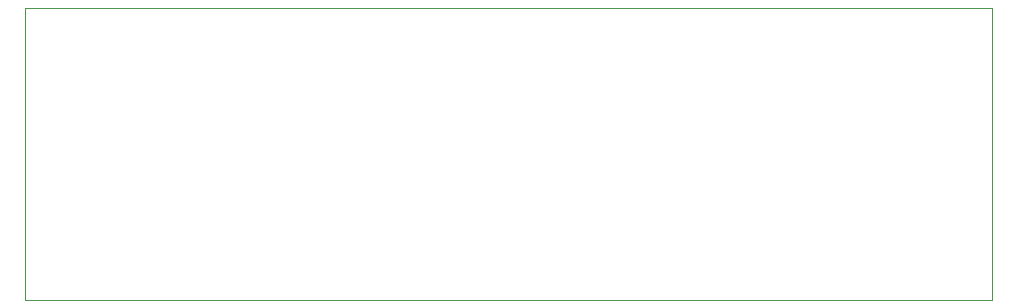
<source format=gbr>
%TF.GenerationSoftware,KiCad,Pcbnew,(5.1.6-0-10_14)*%
%TF.CreationDate,2021-03-20T13:28:09-06:00*%
%TF.ProjectId,rf_dummy_50ohm_20W,72665f64-756d-46d7-995f-35306f686d5f,rev?*%
%TF.SameCoordinates,Original*%
%TF.FileFunction,Profile,NP*%
%FSLAX46Y46*%
G04 Gerber Fmt 4.6, Leading zero omitted, Abs format (unit mm)*
G04 Created by KiCad (PCBNEW (5.1.6-0-10_14)) date 2021-03-20 13:28:09*
%MOMM*%
%LPD*%
G01*
G04 APERTURE LIST*
%TA.AperFunction,Profile*%
%ADD10C,0.050000*%
%TD*%
G04 APERTURE END LIST*
D10*
X197485000Y-109855000D02*
X115570000Y-109855000D01*
X197485000Y-109220000D02*
X197485000Y-109855000D01*
X197485000Y-85090000D02*
X197485000Y-109220000D01*
X115570000Y-85090000D02*
X197485000Y-85090000D01*
X115570000Y-109855000D02*
X115570000Y-85090000D01*
M02*

</source>
